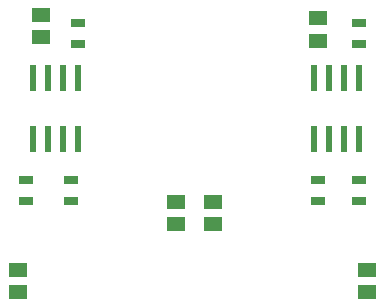
<source format=gtp>
G75*
%MOIN*%
%OFA0B0*%
%FSLAX24Y24*%
%IPPOS*%
%LPD*%
%AMOC8*
5,1,8,0,0,1.08239X$1,22.5*
%
%ADD10R,0.0236X0.0866*%
%ADD11R,0.0591X0.0512*%
%ADD12R,0.0472X0.0315*%
D10*
X001191Y013101D03*
X001691Y013101D03*
X002191Y013101D03*
X002691Y013101D03*
X002691Y015149D03*
X002191Y015149D03*
X001691Y015149D03*
X001191Y015149D03*
X010566Y015149D03*
X011066Y015149D03*
X011566Y015149D03*
X012066Y015149D03*
X012066Y013101D03*
X011566Y013101D03*
X011066Y013101D03*
X010566Y013101D03*
D11*
X000691Y008001D03*
X000691Y008749D03*
X005941Y010251D03*
X007191Y010251D03*
X007191Y010999D03*
X005941Y010999D03*
X012316Y008749D03*
X012316Y008001D03*
X010691Y016376D03*
X010691Y017124D03*
X001441Y017249D03*
X001441Y016501D03*
D12*
X002691Y016271D03*
X002691Y016979D03*
X012066Y016979D03*
X012066Y016271D03*
X012066Y011729D03*
X010691Y011729D03*
X010691Y011021D03*
X012066Y011021D03*
X002441Y011021D03*
X002441Y011729D03*
X000941Y011729D03*
X000941Y011021D03*
M02*

</source>
